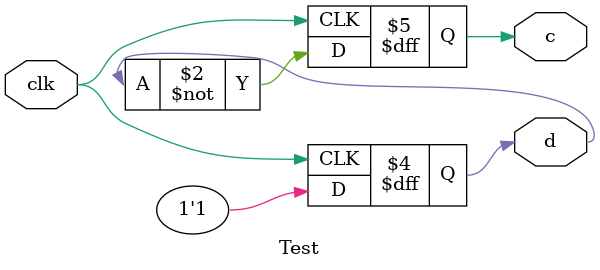
<source format=sv>
module Test(input logic clk,
                output logic d,
                output logic c);
        initial begin
                d =0;
        end
        always_ff @(posedge clk) begin
               d<=1;
               c<=~d;
       end

endmodule

</source>
